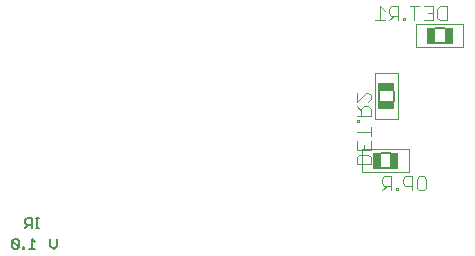
<source format=gbo>
G75*
%MOIN*%
%OFA0B0*%
%FSLAX25Y25*%
%IPPOS*%
%LPD*%
%AMOC8*
5,1,8,0,0,1.08239X$1,22.5*
%
%ADD10C,0.00600*%
%ADD11C,0.00200*%
%ADD12C,0.00400*%
%ADD13R,0.02559X0.05512*%
%ADD14R,0.05512X0.02559*%
D10*
X0045495Y0012414D02*
X0046052Y0011857D01*
X0047165Y0011857D01*
X0047722Y0012414D01*
X0045495Y0014640D01*
X0045495Y0012414D01*
X0047722Y0012414D02*
X0047722Y0014640D01*
X0047165Y0015197D01*
X0046052Y0015197D01*
X0045495Y0014640D01*
X0048978Y0012414D02*
X0048978Y0011857D01*
X0049535Y0011857D01*
X0049535Y0012414D01*
X0048978Y0012414D01*
X0050933Y0011857D02*
X0053160Y0011857D01*
X0052046Y0011857D02*
X0052046Y0015197D01*
X0053160Y0014084D01*
X0058183Y0015197D02*
X0058183Y0012970D01*
X0059297Y0011857D01*
X0060410Y0012970D01*
X0060410Y0015197D01*
X0054399Y0018900D02*
X0053286Y0018900D01*
X0053842Y0018900D02*
X0053842Y0022240D01*
X0053286Y0022240D02*
X0054399Y0022240D01*
X0051982Y0022240D02*
X0050312Y0022240D01*
X0049756Y0021684D01*
X0049756Y0020570D01*
X0050312Y0020014D01*
X0051982Y0020014D01*
X0050869Y0020014D02*
X0049756Y0018900D01*
X0051982Y0018900D02*
X0051982Y0022240D01*
X0168366Y0038753D02*
X0171594Y0038753D01*
X0171594Y0043753D02*
X0168366Y0043753D01*
X0167680Y0061239D02*
X0167680Y0064467D01*
X0172680Y0064467D02*
X0172680Y0061239D01*
X0186412Y0080405D02*
X0189640Y0080405D01*
X0189640Y0085405D02*
X0186412Y0085405D01*
D11*
X0180258Y0086775D02*
X0180258Y0079035D01*
X0195793Y0079035D01*
X0195793Y0086775D01*
X0180258Y0086775D01*
X0174050Y0070621D02*
X0166310Y0070621D01*
X0166310Y0055086D01*
X0174050Y0055086D01*
X0174050Y0070621D01*
X0177748Y0045123D02*
X0162212Y0045123D01*
X0162212Y0037383D01*
X0177748Y0037383D01*
X0177748Y0045123D01*
D12*
X0164984Y0044836D02*
X0160380Y0044836D01*
X0160380Y0047905D01*
X0162682Y0046370D02*
X0162682Y0044836D01*
X0161147Y0043301D02*
X0164217Y0043301D01*
X0164984Y0042534D01*
X0164984Y0040232D01*
X0160380Y0040232D01*
X0160380Y0042534D01*
X0161147Y0043301D01*
X0164984Y0044836D02*
X0164984Y0047905D01*
X0164984Y0049439D02*
X0164984Y0052509D01*
X0164984Y0050974D02*
X0160380Y0050974D01*
X0160380Y0054043D02*
X0160380Y0054811D01*
X0161147Y0054811D01*
X0161147Y0054043D01*
X0160380Y0054043D01*
X0160380Y0056345D02*
X0164984Y0056345D01*
X0164984Y0058647D01*
X0164217Y0059415D01*
X0162682Y0059415D01*
X0161915Y0058647D01*
X0161915Y0056345D01*
X0161915Y0057880D02*
X0160380Y0059415D01*
X0160380Y0060949D02*
X0163449Y0064019D01*
X0164217Y0064019D01*
X0164984Y0063251D01*
X0164984Y0061717D01*
X0164217Y0060949D01*
X0160380Y0060949D02*
X0160380Y0064019D01*
X0166539Y0088105D02*
X0169608Y0088105D01*
X0168073Y0088105D02*
X0168073Y0092709D01*
X0169608Y0091175D01*
X0171143Y0091942D02*
X0171143Y0090407D01*
X0171910Y0089640D01*
X0174212Y0089640D01*
X0172677Y0089640D02*
X0171143Y0088105D01*
X0174212Y0088105D02*
X0174212Y0092709D01*
X0171910Y0092709D01*
X0171143Y0091942D01*
X0175747Y0088873D02*
X0175747Y0088105D01*
X0176514Y0088105D01*
X0176514Y0088873D01*
X0175747Y0088873D01*
X0179583Y0088105D02*
X0179583Y0092709D01*
X0178049Y0092709D02*
X0181118Y0092709D01*
X0182652Y0092709D02*
X0185722Y0092709D01*
X0185722Y0088105D01*
X0182652Y0088105D01*
X0184187Y0090407D02*
X0185722Y0090407D01*
X0187256Y0088873D02*
X0187256Y0091942D01*
X0188024Y0092709D01*
X0190326Y0092709D01*
X0190326Y0088105D01*
X0188024Y0088105D01*
X0187256Y0088873D01*
X0182626Y0036057D02*
X0181092Y0036057D01*
X0180325Y0035290D01*
X0180325Y0032221D01*
X0181092Y0031453D01*
X0182626Y0031453D01*
X0183394Y0032221D01*
X0183394Y0035290D01*
X0182626Y0036057D01*
X0178790Y0036057D02*
X0176488Y0036057D01*
X0175721Y0035290D01*
X0175721Y0033755D01*
X0176488Y0032988D01*
X0178790Y0032988D01*
X0178790Y0031453D02*
X0178790Y0036057D01*
X0174186Y0032221D02*
X0173419Y0032221D01*
X0173419Y0031453D01*
X0174186Y0031453D01*
X0174186Y0032221D01*
X0171884Y0032988D02*
X0169582Y0032988D01*
X0168815Y0033755D01*
X0168815Y0035290D01*
X0169582Y0036057D01*
X0171884Y0036057D01*
X0171884Y0031453D01*
X0170349Y0032988D02*
X0168815Y0031453D01*
D13*
X0167060Y0041247D03*
X0172860Y0041247D03*
X0185146Y0082911D03*
X0190946Y0082911D03*
D14*
X0170174Y0065774D03*
X0170174Y0059974D03*
M02*

</source>
